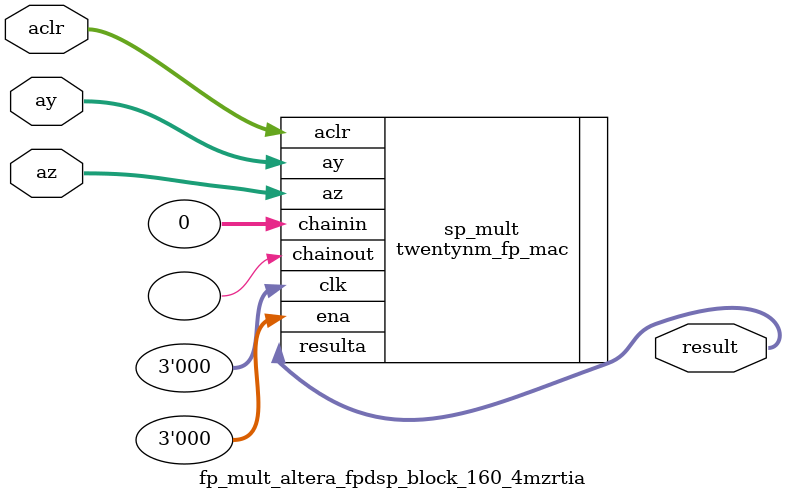
<source format=sv>
module fp_mult_altera_fpdsp_block_160_4mzrtia  (
    input  wire [1:0]                    aclr,
    input  wire [31:0]                   ay,
    input  wire [31:0]                   az,
    output wire [31:0]                   result

	);

twentynm_fp_mac  #(
    .ax_clock("NONE"),
    .ay_clock("NONE"),
    .az_clock("NONE"),
    .output_clock("NONE"),
    .accumulate_clock("NONE"),
    .ax_chainin_pl_clock("NONE"),
    .accum_pipeline_clock("NONE"),
    .mult_pipeline_clock("NONE"),
    .adder_input_clock("0"),
    .accum_adder_clock("NONE"),
    .use_chainin("false"),
    .operation_mode("sp_mult"),
    .adder_subtract("false")
) sp_mult (
    .clk({1'b0,1'b0,1'b0}),
    .ena({1'b0,1'b0,1'b0}),
    .aclr(aclr),
    .ay(ay),
    .az(az),

    .chainin(32'b0),
    .resulta(result),
    .chainout()
);
endmodule


</source>
